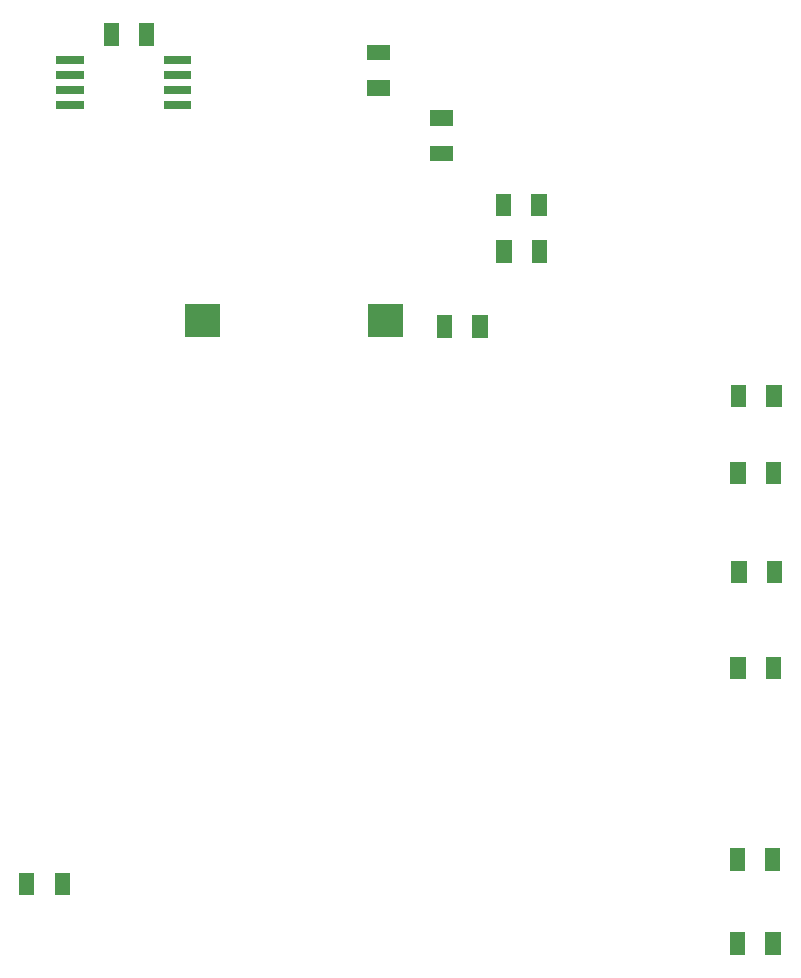
<source format=gbr>
G04 start of page 9 for group -4015 idx -4015 *
G04 Title: (unknown), toppaste *
G04 Creator: pcb 20110918 *
G04 CreationDate: Sun 04 May 2014 08:11:11 PM GMT UTC *
G04 For: zach *
G04 Format: Gerber/RS-274X *
G04 PCB-Dimensions: 295500 350000 *
G04 PCB-Coordinate-Origin: lower left *
%MOIN*%
%FSLAX25Y25*%
%LNTOPPASTE*%
%ADD80R,0.0240X0.0240*%
%ADD79R,0.1100X0.1100*%
%ADD78R,0.0512X0.0512*%
G54D78*X183900Y273971D02*Y271609D01*
X172090Y273971D02*Y271609D01*
X129119Y339105D02*X131481D01*
X129119Y327295D02*X131481D01*
G54D79*X71350Y249700D02*X71850D01*
X132350D02*X132850D01*
G54D80*X24029Y336706D02*X30729D01*
X24029Y331706D02*X30729D01*
X24029Y326706D02*X30729D01*
X24029Y321706D02*X30729D01*
X59829D02*X66529D01*
X59829Y326706D02*X66529D01*
X59829Y331706D02*X66529D01*
X59829Y336706D02*X66529D01*
G54D78*X152300Y249081D02*Y246719D01*
X164110Y249081D02*Y246719D01*
X53000Y346381D02*Y344019D01*
X41190Y346381D02*Y344019D01*
X183700Y289481D02*Y287119D01*
X171890Y289481D02*Y287119D01*
X150084Y305512D02*X152446D01*
X150084Y317322D02*X152446D01*
X250095Y200181D02*Y197819D01*
X261905Y200181D02*Y197819D01*
X250380Y167181D02*Y164819D01*
X262190Y167181D02*Y164819D01*
X250095Y135181D02*Y132819D01*
X261905Y135181D02*Y132819D01*
X13000Y63181D02*Y60819D01*
X24810Y63181D02*Y60819D01*
X250295Y225881D02*Y223519D01*
X262105Y225881D02*Y223519D01*
X249876Y71349D02*Y68987D01*
X261686Y71349D02*Y68987D01*
X249989Y43366D02*Y41004D01*
X261799Y43366D02*Y41004D01*
M02*

</source>
